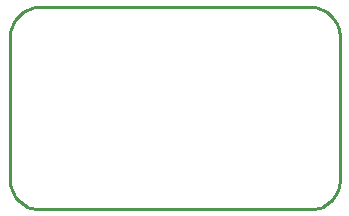
<source format=gbr>
G04 EAGLE Gerber RS-274X export*
G75*
%MOMM*%
%FSLAX34Y34*%
%LPD*%
%IN*%
%IPPOS*%
%AMOC8*
5,1,8,0,0,1.08239X$1,22.5*%
G01*
%ADD10C,0.254000*%


D10*
X0Y24130D02*
X97Y21916D01*
X386Y19719D01*
X865Y17556D01*
X1532Y15443D01*
X2380Y13396D01*
X3403Y11430D01*
X4594Y9561D01*
X5942Y7803D01*
X7440Y6170D01*
X9073Y4672D01*
X10831Y3324D01*
X12700Y2133D01*
X14666Y1110D01*
X16713Y262D01*
X18826Y-405D01*
X20989Y-884D01*
X23186Y-1173D01*
X25400Y-1270D01*
X254000Y-1270D01*
X256214Y-1173D01*
X258411Y-884D01*
X260574Y-405D01*
X262687Y262D01*
X264735Y1110D01*
X266700Y2133D01*
X268569Y3324D01*
X270327Y4672D01*
X271961Y6170D01*
X273458Y7803D01*
X274806Y9561D01*
X275997Y11430D01*
X277020Y13396D01*
X277868Y15443D01*
X278535Y17556D01*
X279014Y19719D01*
X279303Y21916D01*
X279400Y24130D01*
X279400Y144780D01*
X279303Y146994D01*
X279014Y149191D01*
X278535Y151354D01*
X277868Y153467D01*
X277020Y155515D01*
X275997Y157480D01*
X274806Y159349D01*
X273458Y161107D01*
X271961Y162741D01*
X270327Y164238D01*
X268569Y165586D01*
X266700Y166777D01*
X264735Y167800D01*
X262687Y168648D01*
X260574Y169315D01*
X258411Y169794D01*
X256214Y170083D01*
X254000Y170180D01*
X25400Y170180D01*
X23186Y170083D01*
X20989Y169794D01*
X18826Y169315D01*
X16713Y168648D01*
X14666Y167800D01*
X12700Y166777D01*
X10831Y165586D01*
X9073Y164238D01*
X7440Y162741D01*
X5942Y161107D01*
X4594Y159349D01*
X3403Y157480D01*
X2380Y155515D01*
X1532Y153467D01*
X865Y151354D01*
X386Y149191D01*
X97Y146994D01*
X0Y144780D01*
X0Y24130D01*
M02*

</source>
